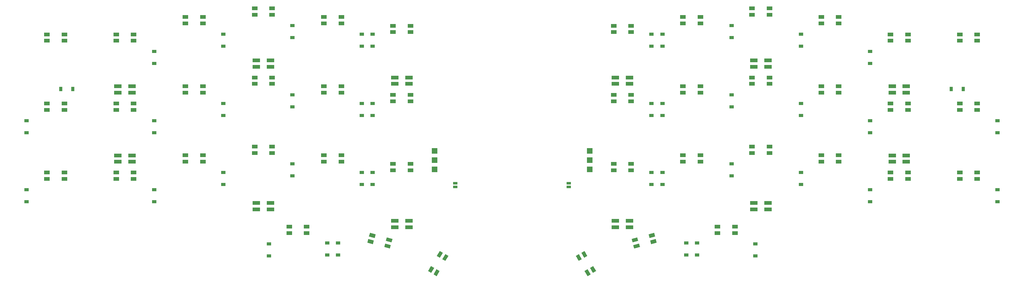
<source format=gbr>
G04 #@! TF.GenerationSoftware,KiCad,Pcbnew,(5.1.5)-3*
G04 #@! TF.CreationDate,2020-07-27T19:09:03+07:00*
G04 #@! TF.ProjectId,corne-classic,636f726e-652d-4636-9c61-737369632e6b,1.1*
G04 #@! TF.SameCoordinates,Original*
G04 #@! TF.FileFunction,Paste,Bot*
G04 #@! TF.FilePolarity,Positive*
%FSLAX46Y46*%
G04 Gerber Fmt 4.6, Leading zero omitted, Abs format (unit mm)*
G04 Created by KiCad (PCBNEW (5.1.5)-3) date 2020-07-27 19:09:03*
%MOMM*%
%LPD*%
G04 APERTURE LIST*
%ADD10R,1.524000X1.524000*%
%ADD11C,0.100000*%
%ADD12R,1.600000X1.000000*%
%ADD13R,2.000000X1.000000*%
%ADD14R,1.200000X0.900000*%
%ADD15R,0.900000X1.200000*%
%ADD16R,1.143000X0.635000*%
G04 APERTURE END LIST*
D10*
X128051000Y-64389800D03*
X128051000Y-59309800D03*
X128051000Y-61849800D03*
X170602000Y-64389800D03*
X170602000Y-59309800D03*
X170602000Y-61849800D03*
D11*
G36*
X166811215Y-88156019D02*
G01*
X167677241Y-87656019D01*
X168477241Y-89041659D01*
X167611215Y-89541659D01*
X166811215Y-88156019D01*
G37*
G36*
X168326759Y-87281019D02*
G01*
X169192785Y-86781019D01*
X169992785Y-88166659D01*
X169126759Y-88666659D01*
X168326759Y-87281019D01*
G37*
G36*
X170726759Y-91437941D02*
G01*
X171592785Y-90937941D01*
X172392785Y-92323581D01*
X171526759Y-92823581D01*
X170726759Y-91437941D01*
G37*
G36*
X169211215Y-92312941D02*
G01*
X170077241Y-91812941D01*
X170877241Y-93198581D01*
X170011215Y-93698581D01*
X169211215Y-92312941D01*
G37*
G36*
X188337086Y-81833431D02*
G01*
X188595905Y-82799357D01*
X187050424Y-83213467D01*
X186791605Y-82247541D01*
X188337086Y-81833431D01*
G37*
G36*
X188790020Y-83523801D02*
G01*
X189048839Y-84489727D01*
X187503358Y-84903837D01*
X187244539Y-83937911D01*
X188790020Y-83523801D01*
G37*
G36*
X184153576Y-84766133D02*
G01*
X184412395Y-85732059D01*
X182866914Y-86146169D01*
X182608095Y-85180243D01*
X184153576Y-84766133D01*
G37*
G36*
X183700642Y-83075763D02*
G01*
X183959461Y-84041689D01*
X182413980Y-84455799D01*
X182155161Y-83489873D01*
X183700642Y-83075763D01*
G37*
D12*
X205702000Y-81864800D03*
X205702000Y-80114800D03*
X210502000Y-80114800D03*
X210502000Y-81864800D03*
X177202000Y-64614800D03*
X177202000Y-62864800D03*
X182002000Y-62864800D03*
X182002000Y-64614800D03*
X196202000Y-62239800D03*
X196202000Y-60489800D03*
X201002000Y-60489800D03*
X201002000Y-62239800D03*
X215202000Y-59864800D03*
X215202000Y-58114800D03*
X220002000Y-58114800D03*
X220002000Y-59864800D03*
X234202000Y-62239800D03*
X234202000Y-60489800D03*
X239002000Y-60489800D03*
X239002000Y-62239800D03*
X253202000Y-66989800D03*
X253202000Y-65239800D03*
X258002000Y-65239800D03*
X258002000Y-66989800D03*
X272202000Y-66989800D03*
X272202000Y-65239800D03*
X277002000Y-65239800D03*
X277002000Y-66989800D03*
X177202000Y-45614800D03*
X177202000Y-43864800D03*
X182002000Y-43864800D03*
X182002000Y-45614800D03*
X196202000Y-43239800D03*
X196202000Y-41489800D03*
X201002000Y-41489800D03*
X201002000Y-43239800D03*
X215202000Y-40864800D03*
X215202000Y-39114800D03*
X220002000Y-39114800D03*
X220002000Y-40864800D03*
X234202000Y-43239800D03*
X234202000Y-41489800D03*
X239002000Y-41489800D03*
X239002000Y-43239800D03*
X253202000Y-47989800D03*
X253202000Y-46239800D03*
X258002000Y-46239800D03*
X258002000Y-47989800D03*
X272202000Y-47989800D03*
X272202000Y-46239800D03*
X277002000Y-46239800D03*
X277002000Y-47989800D03*
X177202000Y-26614800D03*
X177202000Y-24864800D03*
X182002000Y-24864800D03*
X182002000Y-26614800D03*
X196202000Y-24239800D03*
X196202000Y-22489800D03*
X201002000Y-22489800D03*
X201002000Y-24239800D03*
X215202000Y-21864800D03*
X215202000Y-20114800D03*
X220002000Y-20114800D03*
X220002000Y-21864800D03*
X234202000Y-24239800D03*
X234202000Y-22489800D03*
X239002000Y-22489800D03*
X239002000Y-24239800D03*
X253202000Y-28989800D03*
X253202000Y-27239800D03*
X258002000Y-27239800D03*
X258002000Y-28989800D03*
X272202000Y-28989800D03*
X272202000Y-27239800D03*
X277002000Y-27239800D03*
X277002000Y-28989800D03*
D11*
G36*
X129460215Y-86781019D02*
G01*
X130326241Y-87281019D01*
X129526241Y-88666659D01*
X128660215Y-88166659D01*
X129460215Y-86781019D01*
G37*
G36*
X130975759Y-87656019D02*
G01*
X131841785Y-88156019D01*
X131041785Y-89541659D01*
X130175759Y-89041659D01*
X130975759Y-87656019D01*
G37*
G36*
X128575759Y-91812941D02*
G01*
X129441785Y-92312941D01*
X128641785Y-93698581D01*
X127775759Y-93198581D01*
X128575759Y-91812941D01*
G37*
G36*
X127060215Y-90937941D02*
G01*
X127926241Y-91437941D01*
X127126241Y-92823581D01*
X126260215Y-92323581D01*
X127060215Y-90937941D01*
G37*
G36*
X109604161Y-84489727D02*
G01*
X109862980Y-83523801D01*
X111408461Y-83937911D01*
X111149642Y-84903837D01*
X109604161Y-84489727D01*
G37*
G36*
X110057095Y-82799357D02*
G01*
X110315914Y-81833431D01*
X111861395Y-82247541D01*
X111602576Y-83213467D01*
X110057095Y-82799357D01*
G37*
G36*
X114693539Y-84041689D02*
G01*
X114952358Y-83075763D01*
X116497839Y-83489873D01*
X116239020Y-84455799D01*
X114693539Y-84041689D01*
G37*
G36*
X114240605Y-85732059D02*
G01*
X114499424Y-84766133D01*
X116044905Y-85180243D01*
X115786086Y-86146169D01*
X114240605Y-85732059D01*
G37*
D12*
X88151400Y-81864800D03*
X88151400Y-80114800D03*
X92951400Y-80114800D03*
X92951400Y-81864800D03*
X116651000Y-64614800D03*
X116651000Y-62864800D03*
X121451000Y-62864800D03*
X121451000Y-64614800D03*
X97651000Y-62239800D03*
X97651000Y-60489800D03*
X102451000Y-60489800D03*
X102451000Y-62239800D03*
X78651400Y-59864800D03*
X78651400Y-58114800D03*
X83451400Y-58114800D03*
X83451400Y-59864800D03*
X59651400Y-62239800D03*
X59651400Y-60489800D03*
X64451400Y-60489800D03*
X64451400Y-62239800D03*
X40651400Y-66989800D03*
X40651400Y-65239800D03*
X45451400Y-65239800D03*
X45451400Y-66989800D03*
X21651400Y-66989800D03*
X21651400Y-65239800D03*
X26451400Y-65239800D03*
X26451400Y-66989800D03*
X116651000Y-45614800D03*
X116651000Y-43864800D03*
X121451000Y-43864800D03*
X121451000Y-45614800D03*
X97651000Y-43239800D03*
X97651000Y-41489800D03*
X102451000Y-41489800D03*
X102451000Y-43239800D03*
X78651400Y-40864800D03*
X78651400Y-39114800D03*
X83451400Y-39114800D03*
X83451400Y-40864800D03*
X59651400Y-43239800D03*
X59651400Y-41489800D03*
X64451400Y-41489800D03*
X64451400Y-43239800D03*
X40651400Y-47989800D03*
X40651400Y-46239800D03*
X45451400Y-46239800D03*
X45451400Y-47989800D03*
X21651400Y-47989800D03*
X21651400Y-46239800D03*
X26451400Y-46239800D03*
X26451400Y-47989800D03*
X116651000Y-26614800D03*
X116651000Y-24864800D03*
X121451000Y-24864800D03*
X121451000Y-26614800D03*
X97651000Y-24239800D03*
X97651000Y-22489800D03*
X102451000Y-22489800D03*
X102451000Y-24239800D03*
X78651400Y-21864800D03*
X78651400Y-20114800D03*
X83451400Y-20114800D03*
X83451400Y-21864800D03*
X59651400Y-24239800D03*
X59651400Y-22489800D03*
X64451400Y-22489800D03*
X64451400Y-24239800D03*
X40651400Y-28989800D03*
X40651400Y-27239800D03*
X45451400Y-27239800D03*
X45451400Y-28989800D03*
X21651400Y-28989800D03*
X21651400Y-27239800D03*
X26451400Y-27239800D03*
X26451400Y-28989800D03*
D13*
X181548000Y-78500000D03*
X181548000Y-80250000D03*
X177656000Y-80250000D03*
X177656000Y-78500000D03*
X219548000Y-73597800D03*
X219548000Y-75347800D03*
X215656000Y-75347800D03*
X215656000Y-73597800D03*
X257548000Y-60514800D03*
X257548000Y-62264800D03*
X253656000Y-62264800D03*
X253656000Y-60514800D03*
X177656000Y-40864800D03*
X177656000Y-39114800D03*
X181548000Y-39114800D03*
X181548000Y-40864800D03*
X219548000Y-34414800D03*
X219548000Y-36164800D03*
X215656000Y-36164800D03*
X215656000Y-34414800D03*
X257548000Y-41514800D03*
X257548000Y-43264800D03*
X253656000Y-43264800D03*
X253656000Y-41514800D03*
X117105000Y-80250000D03*
X117105000Y-78500000D03*
X120997000Y-78500000D03*
X120997000Y-80250000D03*
X79105400Y-75347800D03*
X79105400Y-73597800D03*
X82997400Y-73597800D03*
X82997400Y-75347800D03*
X41105400Y-62264800D03*
X41105400Y-60514800D03*
X44997400Y-60514800D03*
X44997400Y-62264800D03*
X120997000Y-39114800D03*
X120997000Y-40864800D03*
X117105000Y-40864800D03*
X117105000Y-39114800D03*
X82997400Y-34414800D03*
X82997400Y-36164800D03*
X79105400Y-36164800D03*
X79105400Y-34414800D03*
X44997400Y-41514800D03*
X44997400Y-43264800D03*
X41105400Y-43264800D03*
X41105400Y-41514800D03*
D14*
X197102000Y-87889800D03*
X197102000Y-84589800D03*
X200102000Y-87889800D03*
X200102000Y-84589800D03*
X216102000Y-88139800D03*
X216102000Y-84839800D03*
X187602000Y-68514800D03*
X187602000Y-65214800D03*
X190602000Y-68514800D03*
X190602000Y-65214800D03*
X209602000Y-66139800D03*
X209602000Y-62839800D03*
X228602000Y-68514800D03*
X228602000Y-65214800D03*
X247602000Y-73264800D03*
X247602000Y-69964800D03*
X282602000Y-73264800D03*
X282602000Y-69964800D03*
X187602000Y-49514800D03*
X187602000Y-46214800D03*
X190602000Y-49514800D03*
X190602000Y-46214800D03*
X209602000Y-47139800D03*
X209602000Y-43839800D03*
X228602000Y-49514800D03*
X228602000Y-46214800D03*
X247602000Y-54264800D03*
X247602000Y-50964800D03*
X282602000Y-54264800D03*
X282602000Y-50964800D03*
X187602000Y-30514800D03*
X187602000Y-27214800D03*
X190602000Y-30514800D03*
X190602000Y-27214800D03*
X209602000Y-28139800D03*
X209602000Y-24839800D03*
X228602000Y-30514800D03*
X228602000Y-27214800D03*
X247602000Y-35264800D03*
X247602000Y-31964800D03*
D15*
X273201000Y-42265600D03*
X269901000Y-42265600D03*
D14*
X101551000Y-87889800D03*
X101551000Y-84589800D03*
X98551400Y-87889800D03*
X98551400Y-84589800D03*
X82551400Y-88139800D03*
X82551400Y-84839800D03*
X111051000Y-68514800D03*
X111051000Y-65214800D03*
X108051000Y-68514800D03*
X108051000Y-65214800D03*
X89051400Y-66139800D03*
X89051400Y-62839800D03*
X70051400Y-68514800D03*
X70051400Y-65214800D03*
X51051400Y-73264800D03*
X51051400Y-69964800D03*
X16051400Y-73264800D03*
X16051400Y-69964800D03*
X111051000Y-49514800D03*
X111051000Y-46214800D03*
X108051000Y-49514800D03*
X108051000Y-46214800D03*
X89051400Y-47139800D03*
X89051400Y-43839800D03*
X70051400Y-49514800D03*
X70051400Y-46214800D03*
X51051400Y-54264800D03*
X51051400Y-50964800D03*
X16051400Y-54264800D03*
X16051400Y-50964800D03*
X111051000Y-30514800D03*
X111051000Y-27214800D03*
X108051000Y-30514800D03*
X108051000Y-27214800D03*
X89051400Y-28139800D03*
X89051400Y-24839800D03*
X70051400Y-30514800D03*
X70051400Y-27214800D03*
X51051400Y-35264800D03*
X51051400Y-31964800D03*
D15*
X25451800Y-42265600D03*
X28751800Y-42265600D03*
D16*
X164922000Y-68206420D03*
X164922000Y-69207180D03*
X133731000Y-68206420D03*
X133731000Y-69207180D03*
M02*

</source>
